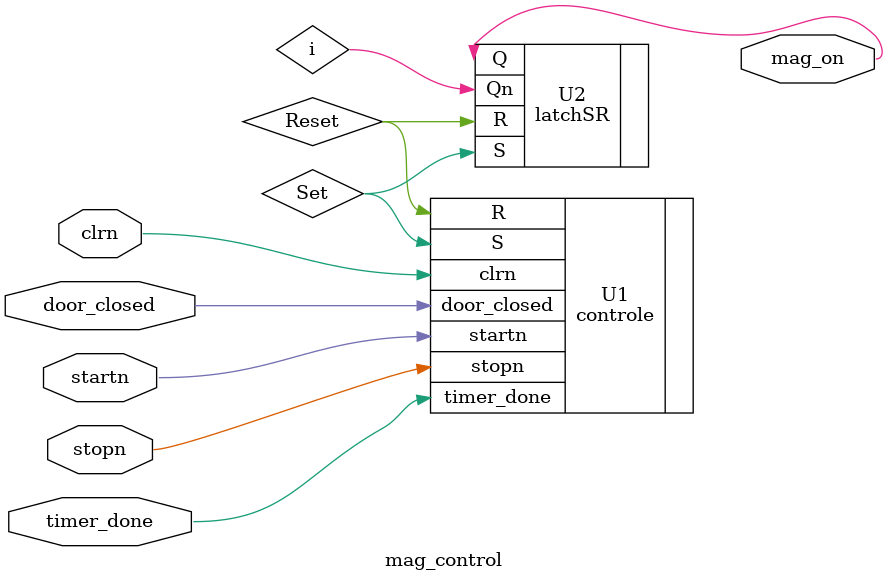
<source format=v>
`include "level2/magcontrol/level3/controle.v"
`include "level2/magcontrol/level3/latchSR.v"
module mag_control (input  wire startn, stopn, clrn, door_closed, timer_done,
                    output wire mag_on);
    wire Set, Reset;
    // reg mag_aux;
    wire i;
    controle U1 (.startn(startn), .stopn(stopn), .clrn(clrn), 
                 .door_closed(door_closed), .timer_done(timer_done), 
                 .S(Set), .R(Reset));
    latchSR U2 (.S(Set), .R(Reset), .Q(mag_on), .Qn(i));
endmodule
</source>
